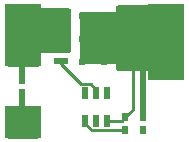
<source format=gtl>
G04 Layer: TopLayer*
G04 EasyEDA Pro v2.2.45.4, 2025-12-23 10:37:26*
G04 Gerber Generator version 0.3*
G04 Scale: 100 percent, Rotated: No, Reflected: No*
G04 Dimensions in millimeters*
G04 Leading zeros omitted, absolute positions, 4 integers and 5 decimals*
G04 Generated by one-click*
%FSLAX45Y45*%
%MOMM*%
%ADD10R,0.54X0.79009*%
%ADD11R,1.2X0.58001*%
%ADD12R,3.79999X4.39999*%
%ADD13R,0.532X1.07201*%
%ADD14C,0.61*%
%ADD15C,0.2599*%
%ADD16C,0.254*%
%ADD17C,0.508*%
G75*


G04 Rect Start*
G36*
G01X38100Y-571500D02*
G01X38100Y-88900D01*
G02X63500Y-63500I25400J0D01*
G01X317500Y-63500D01*
G02X342900Y-88900I0J-25400D01*
G01X342900Y-571500D01*
G02X317500Y-596900I-25400J0D01*
G01X63500Y-596900D01*
G02X38100Y-571500I0J25400D01*
G37*
G36*
G01X1245220Y-685800D02*
G01X1245220Y-88900D01*
G02X1270620Y-63500I25400J0D01*
G01X1524620Y-63500D01*
G02X1550020Y-88900I0J-25400D01*
G01X1550020Y-685800D01*
G02X1524620Y-711200I-25400J0D01*
G01X1270620Y-711200D01*
G02X1245220Y-685800I0J25400D01*
G37*
G36*
G01X971550Y-609600D02*
G01X971550Y-101600D01*
G02X996950Y-76200I25400J0D01*
G01X1314450Y-76200D01*
G02X1339850Y-101600I0J-25400D01*
G01X1339850Y-609600D01*
G02X1314450Y-635000I-25400J0D01*
G01X996950Y-635000D01*
G02X971550Y-609600I0J25400D01*
G37*
G36*
G01X292100Y-457200D02*
G01X292100Y-127000D01*
G02X317500Y-101600I25400J0D01*
G01X571500Y-101600D01*
G02X596900Y-127000I0J-25400D01*
G01X596900Y-457200D01*
G02X571500Y-482600I-25400J0D01*
G01X317500Y-482600D01*
G02X292100Y-457200I0J25400D01*
G37*
G36*
G01X33777Y-1180452D02*
G01X33777Y-951852D01*
G02X59177Y-926452I25400J0D01*
G01X313177Y-926452D01*
G02X338577Y-951852I0J-25400D01*
G01X338577Y-1180452D01*
G02X313177Y-1205852I-25400J0D01*
G01X59177Y-1205852D01*
G02X33777Y-1180452I0J25400D01*
G37*
G04 Rect End*

G04 Pad Start*
G54D10*
G01X1054100Y-1134008D03*
G01X1054100Y-1024992D03*
G54D11*
G01X512407Y-545859D03*
G01X512407Y-418859D03*
G01X512407Y-291859D03*
G01X512407Y-164859D03*
G01X1062393Y-165367D03*
G01X1062393Y-292367D03*
G01X1062393Y-419367D03*
G01X1062393Y-546341D03*
G54D12*
G01X852000Y-355600D03*
G54D13*
G01X711831Y-1053452D03*
G01X806827Y-1053452D03*
G01X901823Y-1053452D03*
G01X901823Y-823633D03*
G01X806827Y-823633D03*
G01X711831Y-823633D03*
G54D10*
G01X1206500Y-1134008D03*
G01X1206500Y-1024992D03*
G01X177800Y-816508D03*
G01X177800Y-707492D03*
G04 Pad End*

G04 Via Start*
G54D14*
G01X901823Y-823633D03*
G01X711831Y-823633D03*
G01X1060450Y-552450D03*
G01X520483Y-415059D03*
G01X806827Y-1053452D03*
G01X1206500Y-1134008D03*
G01X552134Y-228357D03*
G01X552134Y-352912D03*
G01X515277Y-164859D03*
G01X512407Y-291859D03*
G01X1524620Y-88900D03*
G01X1270620Y-88900D03*
G01X1460500Y-88900D03*
G01X1397620Y-88900D03*
G01X1332411Y-88900D03*
G01X1524620Y-685026D03*
G01X1270620Y-685026D03*
G01X1460500Y-685026D03*
G01X1397620Y-685026D03*
G01X1332411Y-685026D03*
G01X317500Y-93172D03*
G01X63500Y-93172D03*
G01X253380Y-93172D03*
G01X190500Y-93172D03*
G01X125291Y-93172D03*
G01X317500Y-566407D03*
G01X63500Y-566407D03*
G01X253380Y-566407D03*
G01X190500Y-566407D03*
G01X125291Y-566407D03*
G01X67027Y-203200D03*
G01X67027Y-457200D03*
G01X67027Y-267320D03*
G01X67027Y-330200D03*
G01X67027Y-395409D03*
G01X1524000Y-165100D03*
G01X1524000Y-292100D03*
G01X1524000Y-419100D03*
G01X1524000Y-546100D03*
G01X1003300Y-228600D03*
G01X1066800Y-165100D03*
G01X1066800Y-419100D03*
G01X1065091Y-292100D03*
G01X1002680Y-482166D03*
G01X313177Y-951852D03*
G01X186177Y-1066152D03*
G01X685800Y-165100D03*
G01X685800Y-553470D03*
G01X873779Y-553470D03*
G01X873779Y-162533D03*
G01X688767Y-359664D03*
G01X787400Y-279400D03*
G01X787400Y-439246D03*
G01X901700Y-279400D03*
G01X1002680Y-355600D03*
G01X60500Y-1175309D03*
G01X313177Y-1175309D03*
G01X60500Y-951852D03*
G01X901700Y-439246D03*
G01X135230Y-203200D03*
G01X135230Y-330200D03*
G01X135230Y-457200D03*
G04 Via End*

G04 Track Start*
G54D16*
G01X806827Y-790303D02*
G01X806827Y-823633D01*
G01X758657Y-742133D02*
G01X806827Y-790303D01*
G01X1054100Y-1024992D02*
G01X1025639Y-1053452D01*
G01X901823Y-1053452D01*
G01X939980Y-1134953D02*
G01X940924Y-1134008D01*
G01X1054100Y-1134008D01*
G01X768671Y-1134953D02*
G01X939980Y-1134953D01*
G01X711831Y-1053452D02*
G01X711831Y-1078114D01*
G01X768671Y-1134953D01*
G01X678633Y-742133D02*
G01X758657Y-742133D01*
G54D17*
G01X1206500Y-1024992D02*
G01X1206500Y-622300D01*
G54D16*
G01X1054100Y-1024992D02*
G01X1117600Y-961492D01*
G01X1117600Y-609600D01*
G54D17*
G01X177800Y-707492D02*
G01X177800Y-482600D01*
G01X177800Y-816508D02*
G01X176229Y-818080D01*
G01X176229Y-952500D01*
G54D16*
G01X897052Y-355600D02*
G01X852000Y-355600D01*
G01X512406Y-575906D02*
G01X678633Y-742133D01*
G01X512406Y-545859D02*
G01X512406Y-575906D01*
G01X901700Y-388893D02*
G01X901700Y-360248D01*
G01X897052Y-355600D01*
G01X1062393Y-546341D02*
G01X1059149Y-546341D01*
G01X901700Y-388893D01*
G04 Track End*

M02*


</source>
